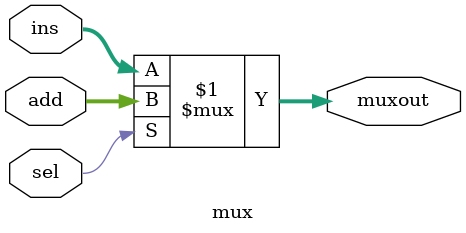
<source format=v>
`timescale 1ns / 1ps
module mux #(parameter n=5)(
    input [n-1:0] add,ins,
	 input sel,
	 output [n-1:0] muxout
	 );
assign muxout = sel ? add : ins;

endmodule

</source>
